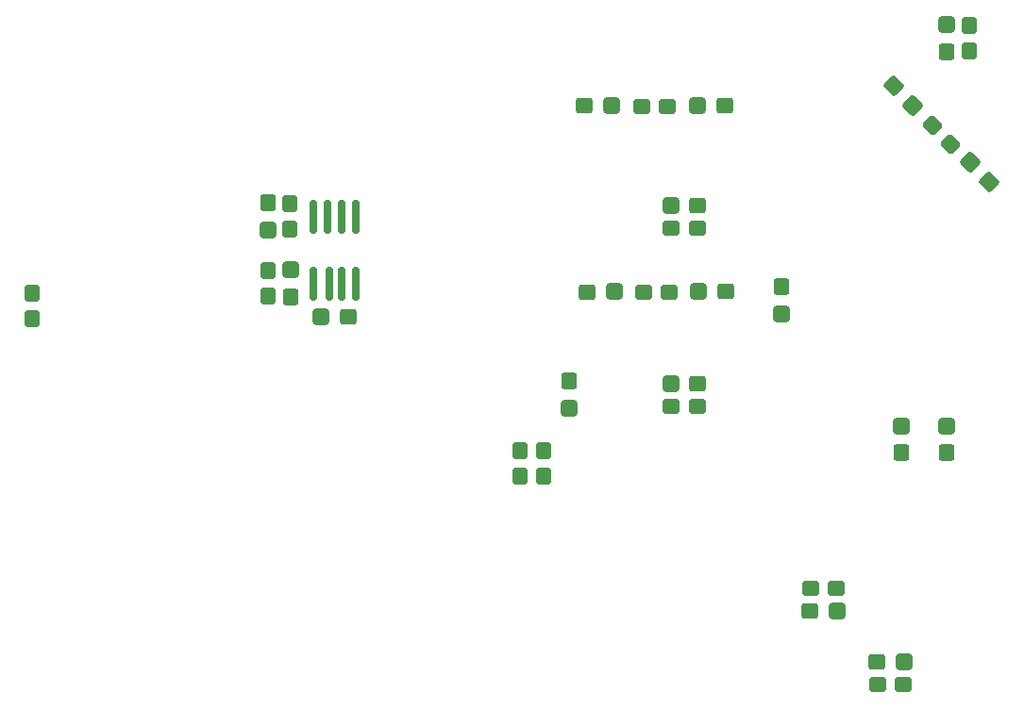
<source format=gbr>
%TF.GenerationSoftware,KiCad,Pcbnew,9.0.2*%
%TF.CreationDate,2025-08-14T17:52:04+08:00*%
%TF.ProjectId,SSRU_v3.1,53535255-5f76-4332-9e31-2e6b69636164,rev?*%
%TF.SameCoordinates,Original*%
%TF.FileFunction,Paste,Bot*%
%TF.FilePolarity,Positive*%
%FSLAX46Y46*%
G04 Gerber Fmt 4.6, Leading zero omitted, Abs format (unit mm)*
G04 Created by KiCad (PCBNEW 9.0.2) date 2025-08-14 17:52:04*
%MOMM*%
%LPD*%
G01*
G04 APERTURE LIST*
G04 Aperture macros list*
%AMRoundRect*
0 Rectangle with rounded corners*
0 $1 Rounding radius*
0 $2 $3 $4 $5 $6 $7 $8 $9 X,Y pos of 4 corners*
0 Add a 4 corners polygon primitive as box body*
4,1,4,$2,$3,$4,$5,$6,$7,$8,$9,$2,$3,0*
0 Add four circle primitives for the rounded corners*
1,1,$1+$1,$2,$3*
1,1,$1+$1,$4,$5*
1,1,$1+$1,$6,$7*
1,1,$1+$1,$8,$9*
0 Add four rect primitives between the rounded corners*
20,1,$1+$1,$2,$3,$4,$5,0*
20,1,$1+$1,$4,$5,$6,$7,0*
20,1,$1+$1,$6,$7,$8,$9,0*
20,1,$1+$1,$8,$9,$2,$3,0*%
G04 Aperture macros list end*
%ADD10RoundRect,0.305575X0.460025X0.412525X-0.460025X0.412525X-0.460025X-0.412525X0.460025X-0.412525X0*%
%ADD11RoundRect,0.308511X0.457089X0.416489X-0.457089X0.416489X-0.457089X-0.416489X0.457089X-0.416489X0*%
%ADD12RoundRect,0.150000X0.150000X-1.350000X0.150000X1.350000X-0.150000X1.350000X-0.150000X-1.350000X0*%
%ADD13RoundRect,0.150000X0.150000X-1.337500X0.150000X1.337500X-0.150000X1.337500X-0.150000X-1.337500X0*%
%ADD14RoundRect,0.305575X-0.412525X0.460025X-0.412525X-0.460025X0.412525X-0.460025X0.412525X0.460025X0*%
%ADD15RoundRect,0.308511X-0.416489X0.457089X-0.416489X-0.457089X0.416489X-0.457089X0.416489X0.457089X0*%
%ADD16RoundRect,0.278125X-0.389375X0.474375X-0.389375X-0.474375X0.389375X-0.474375X0.389375X0.474375X0*%
%ADD17RoundRect,0.305575X-0.616986X0.033588X0.033588X-0.616986X0.616986X-0.033588X-0.033588X0.616986X0*%
%ADD18RoundRect,0.308511X-0.617713X0.028709X0.028709X-0.617713X0.617713X-0.028709X-0.028709X0.617713X0*%
%ADD19RoundRect,0.278125X-0.474375X-0.389375X0.474375X-0.389375X0.474375X0.389375X-0.474375X0.389375X0*%
%ADD20RoundRect,0.305575X0.412525X-0.460025X0.412525X0.460025X-0.412525X0.460025X-0.412525X-0.460025X0*%
%ADD21RoundRect,0.308511X0.416489X-0.457089X0.416489X0.457089X-0.416489X0.457089X-0.416489X-0.457089X0*%
%ADD22RoundRect,0.305575X0.616986X-0.033588X-0.033588X0.616986X-0.616986X0.033588X0.033588X-0.616986X0*%
%ADD23RoundRect,0.308511X0.617713X-0.028709X-0.028709X0.617713X-0.617713X0.028709X0.028709X-0.617713X0*%
%ADD24RoundRect,0.305575X-0.460025X-0.412525X0.460025X-0.412525X0.460025X0.412525X-0.460025X0.412525X0*%
%ADD25RoundRect,0.308511X-0.457089X-0.416489X0.457089X-0.416489X0.457089X0.416489X-0.457089X0.416489X0*%
%ADD26RoundRect,0.278125X0.389375X-0.474375X0.389375X0.474375X-0.389375X0.474375X-0.389375X-0.474375X0*%
%ADD27RoundRect,0.278125X-0.610763X0.060104X0.060104X-0.610763X0.610763X-0.060104X-0.060104X0.610763X0*%
%ADD28RoundRect,0.278125X0.474375X0.389375X-0.474375X0.389375X-0.474375X-0.389375X0.474375X-0.389375X0*%
G04 APERTURE END LIST*
D10*
%TO.C,C41*%
X169215600Y-98742048D03*
D11*
X166784400Y-98748948D03*
%TD*%
D12*
%TO.C,U3*%
X136055000Y-98000000D03*
X134785000Y-98000000D03*
D13*
X133650000Y-98012500D03*
D12*
X132245000Y-98000000D03*
X132245000Y-92000000D03*
X133515000Y-92000000D03*
X134785000Y-92000000D03*
X136055000Y-92000000D03*
%TD*%
D14*
%TO.C,C4*%
X174243100Y-98284400D03*
D15*
X174250000Y-100715600D03*
%TD*%
D16*
%TO.C,R40*%
X106967500Y-98847500D03*
X106967500Y-101152500D03*
%TD*%
D10*
%TO.C,C26*%
X169115600Y-82043100D03*
D11*
X166684400Y-82050000D03*
%TD*%
D10*
%TO.C,C39*%
X166715600Y-90993100D03*
D11*
X164284400Y-91000000D03*
%TD*%
D17*
%TO.C,C17*%
X184276003Y-80285761D03*
D18*
X186000000Y-82000000D03*
%TD*%
D14*
%TO.C,C44*%
X155145600Y-106784400D03*
D15*
X155152500Y-109215600D03*
%TD*%
D19*
%TO.C,R15*%
X161697500Y-82083552D03*
X164002500Y-82083552D03*
%TD*%
D20*
%TO.C,C31*%
X130156900Y-99215600D03*
D21*
X130150000Y-96784400D03*
%TD*%
D22*
%TO.C,C5*%
X192864438Y-88854680D03*
D23*
X191140441Y-87140441D03*
%TD*%
D24*
%TO.C,C42*%
X156784400Y-98755848D03*
D25*
X159215600Y-98748948D03*
%TD*%
D19*
%TO.C,R16*%
X164347500Y-93032500D03*
X166652500Y-93032500D03*
%TD*%
D14*
%TO.C,C36*%
X128143100Y-90784400D03*
D15*
X128150000Y-93215600D03*
%TD*%
D24*
%TO.C,C27*%
X156534400Y-82056900D03*
D25*
X158965600Y-82050000D03*
%TD*%
D26*
%TO.C,R6*%
X150750000Y-115305000D03*
X150750000Y-113000000D03*
%TD*%
D27*
%TO.C,R4*%
X187762078Y-83830717D03*
X189391960Y-85460599D03*
%TD*%
D10*
%TO.C,C43*%
X166715600Y-106993100D03*
D11*
X164284400Y-107000000D03*
%TD*%
D19*
%TO.C,R21*%
X164347500Y-109032500D03*
X166652500Y-109032500D03*
%TD*%
%TO.C,R9*%
X182847500Y-134032500D03*
X185152500Y-134032500D03*
%TD*%
D26*
%TO.C,R10*%
X191032500Y-77152500D03*
X191032500Y-74847500D03*
%TD*%
D20*
%TO.C,C16*%
X185006900Y-113215600D03*
D21*
X185000000Y-110784400D03*
%TD*%
D20*
%TO.C,C29*%
X189006900Y-77215600D03*
D21*
X189000000Y-74784400D03*
%TD*%
D24*
%TO.C,C24*%
X182784400Y-132006900D03*
D25*
X185215600Y-132000000D03*
%TD*%
D16*
%TO.C,R37*%
X152885000Y-113000000D03*
X152885000Y-115305000D03*
%TD*%
D24*
%TO.C,C18*%
X176784400Y-127406900D03*
D25*
X179215600Y-127400000D03*
%TD*%
D10*
%TO.C,C23*%
X135365600Y-100993100D03*
D11*
X132934400Y-101000000D03*
%TD*%
D28*
%TO.C,R5*%
X179152500Y-125367500D03*
X176847500Y-125367500D03*
%TD*%
D19*
%TO.C,R18*%
X161847500Y-98782500D03*
X164152500Y-98782500D03*
%TD*%
D26*
%TO.C,R1*%
X128182500Y-99152500D03*
X128182500Y-96847500D03*
%TD*%
D16*
%TO.C,R2*%
X130117500Y-90847500D03*
X130117500Y-93152500D03*
%TD*%
D20*
%TO.C,C15*%
X189006900Y-113215600D03*
D21*
X189000000Y-110784400D03*
%TD*%
M02*

</source>
